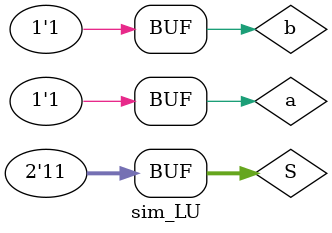
<source format=v>
`timescale 1ns / 1ps


module sim_LU( );
reg a,b;
reg [1:0]S;
wire Y;
 always 
 begin
 a = 0; b = 0; #100;
 a = 0; b = 1; #100;
 a = 1; b = 0; #100;
 a = 1; b = 1; #100;
 end
 always 
 begin
 S=00;#400;
 S=01;#400;
 S=10;#400;
 S=11;#400;
 end
 LU u_LU(.a(a),.b(b),.S(S),.y(Y));
endmodule

</source>
